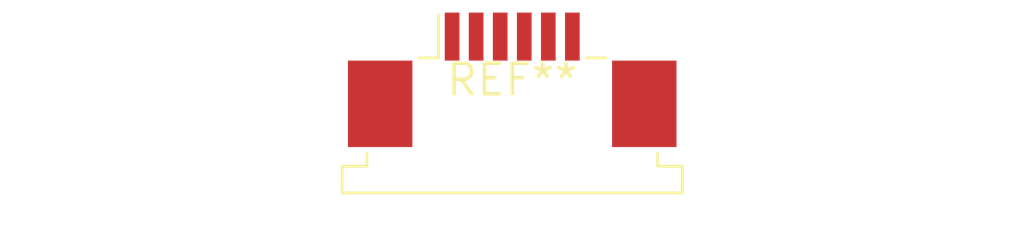
<source format=kicad_pcb>
(kicad_pcb (version 20240108) (generator pcbnew)
  (layers (0 "F.Cu" signal) (31 "B.Cu" signal) (34 "B.Paste" user) (35 "F.Paste" user) (36 "B.SilkS" user "B.Silkscreen") (37 "F.SilkS" user "F.Silkscreen") (38 "B.Mask" user) (39 "F.Mask" user) (44 "Edge.Cuts" user))
  (net 0 "")
  (footprint "TE_84953-6_1x06-1MP_P1.0mm_Horizontal" (layer "F.Cu") (at 0 0)
    (property "Reference" "REF**")
    (property "Value" "TE_84953-6_1x06-1MP_P1.0mm_Horizontal")
    (fp_line (start -7.07 3.6) (end -6.045 3.6) (layer "F.SilkS") (stroke (width 0.12)))
    (fp_line (start -7.07 4.71) (end -7.07 3.6) (layer "F.SilkS") (stroke (width 0.12)))
    (fp_line (start -6.045 3.6) (end -6.045 3.06) (layer "F.SilkS") (stroke (width 0.12)))
    (fp_line (start -3.89 -0.91) (end -3.065 -0.91) (layer "F.SilkS") (stroke (width 0.12)))
    (fp_line (start -3.065 -0.91) (end -3.065 -2.71) (layer "F.SilkS") (stroke (width 0.12)))
    (fp_line (start 3.065 -0.91) (end 3.89 -0.91) (layer "F.SilkS") (stroke (width 0.12)))
    (fp_line (start 6.045 3.06) (end 6.045 3.6) (layer "F.SilkS") (stroke (width 0.12)))
    (fp_line (start 6.045 3.6) (end 7.07 3.6) (layer "F.SilkS") (stroke (width 0.12)))
    (fp_line (start 7.07 3.6) (end 7.07 4.71) (layer "F.SilkS") (stroke (width 0.12)))
    (fp_line (start 7.07 4.71) (end -7.07 4.71) (layer "F.SilkS") (stroke (width 0.12)))
    (pad "1" smd rect (at -2.5 -1.8) (size 0.61 2) (layers "F.Cu" "F.Paste" "F.Mask"))
    (pad "2" smd rect (at -1.5 -1.8) (size 0.61 2) (layers "F.Cu" "F.Paste" "F.Mask"))
    (pad "3" smd rect (at -0.5 -1.8) (size 0.61 2) (layers "F.Cu" "F.Paste" "F.Mask"))
    (pad "4" smd rect (at 0.5 -1.8) (size 0.61 2) (layers "F.Cu" "F.Paste" "F.Mask"))
    (pad "5" smd rect (at 1.5 -1.8) (size 0.61 2) (layers "F.Cu" "F.Paste" "F.Mask"))
    (pad "6" smd rect (at 2.5 -1.8) (size 0.61 2) (layers "F.Cu" "F.Paste" "F.Mask"))
    (pad "MP" smd rect (at -5.49 1) (size 2.68 3.6) (layers "F.Cu" "F.Paste" "F.Mask"))
    (pad "MP" smd rect (at 5.49 1) (size 2.68 3.6) (layers "F.Cu" "F.Paste" "F.Mask"))
  )
)
</source>
